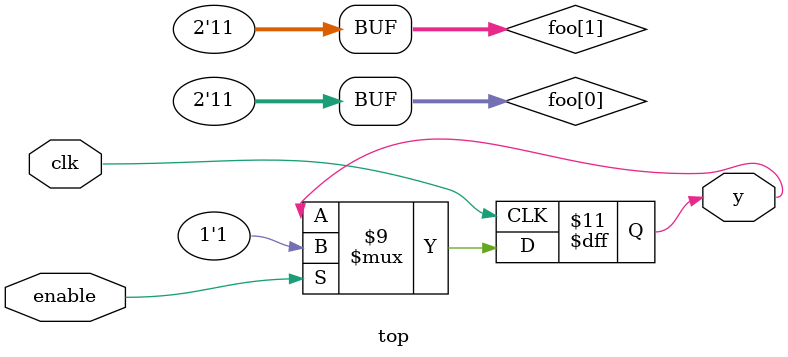
<source format=v>
module top(input clk, enable, output reg y);

wire [1:0] foo [1:0];
integer i;
initial begin
  for (i=0;i<=1;i=i+1)
    foo[i] = 2'b11;
end

always @(posedge clk)
    if (enable)
        for (i = 0; i < 2; i=i+1)
            y <= foo[0][0];

endmodule

</source>
